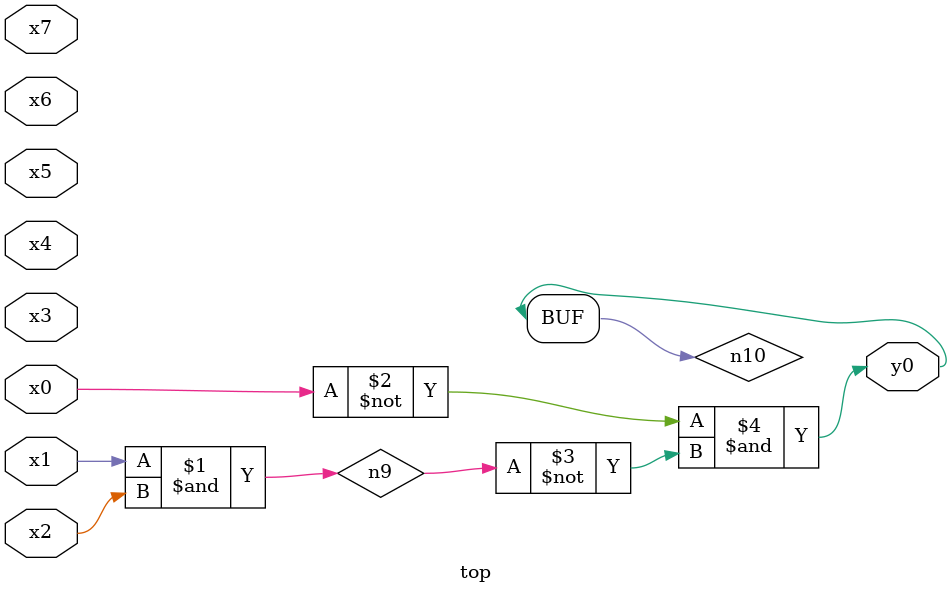
<source format=v>
module top( x0 , x1 , x2 , x3 , x4 , x5 , x6 , x7 , y0 );
  input x0 , x1 , x2 , x3 , x4 , x5 , x6 , x7 ;
  output y0 ;
  wire n9 , n10 ;
  assign n9 = x1 & x2 ;
  assign n10 = ~x0 & ~n9 ;
  assign y0 = n10 ;
endmodule

</source>
